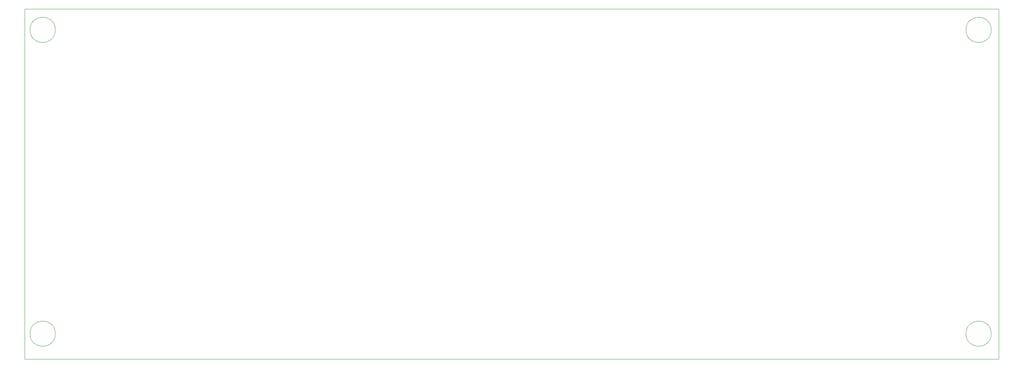
<source format=gbr>
%TF.GenerationSoftware,KiCad,Pcbnew,7.0.8*%
%TF.CreationDate,2024-09-21T08:52:27-04:00*%
%TF.ProjectId,clock,636c6f63-6b2e-46b6-9963-61645f706362,rev?*%
%TF.SameCoordinates,Original*%
%TF.FileFunction,Profile,NP*%
%FSLAX46Y46*%
G04 Gerber Fmt 4.6, Leading zero omitted, Abs format (unit mm)*
G04 Created by KiCad (PCBNEW 7.0.8) date 2024-09-21 08:52:27*
%MOMM*%
%LPD*%
G01*
G04 APERTURE LIST*
%TA.AperFunction,Profile*%
%ADD10C,0.100000*%
%TD*%
G04 APERTURE END LIST*
D10*
X26702800Y-12000000D02*
X257735600Y-12000000D01*
X257735600Y-95000000D01*
X26702800Y-95000000D01*
X26702800Y-12000000D01*
X256000000Y-17000000D02*
G75*
G03*
X256000000Y-17000000I-3000000J0D01*
G01*
X34000000Y-89000000D02*
G75*
G03*
X34000000Y-89000000I-3000000J0D01*
G01*
X34000000Y-17000000D02*
G75*
G03*
X34000000Y-17000000I-3000000J0D01*
G01*
X256000000Y-89000000D02*
G75*
G03*
X256000000Y-89000000I-3000000J0D01*
G01*
M02*

</source>
